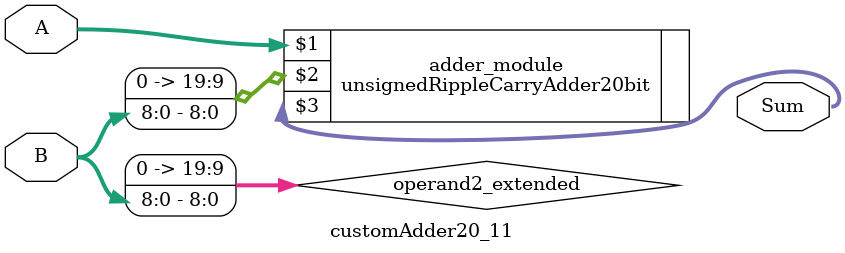
<source format=v>

module customAdder20_11(
                    input [19 : 0] A,
                    input [8 : 0] B,
                    
                    output [20 : 0] Sum
            );

    wire [19 : 0] operand2_extended;
    
    assign operand2_extended =  {11'b0, B};
    
    unsignedRippleCarryAdder20bit adder_module(
        A,
        operand2_extended,
        Sum
    );
    
endmodule
        
</source>
